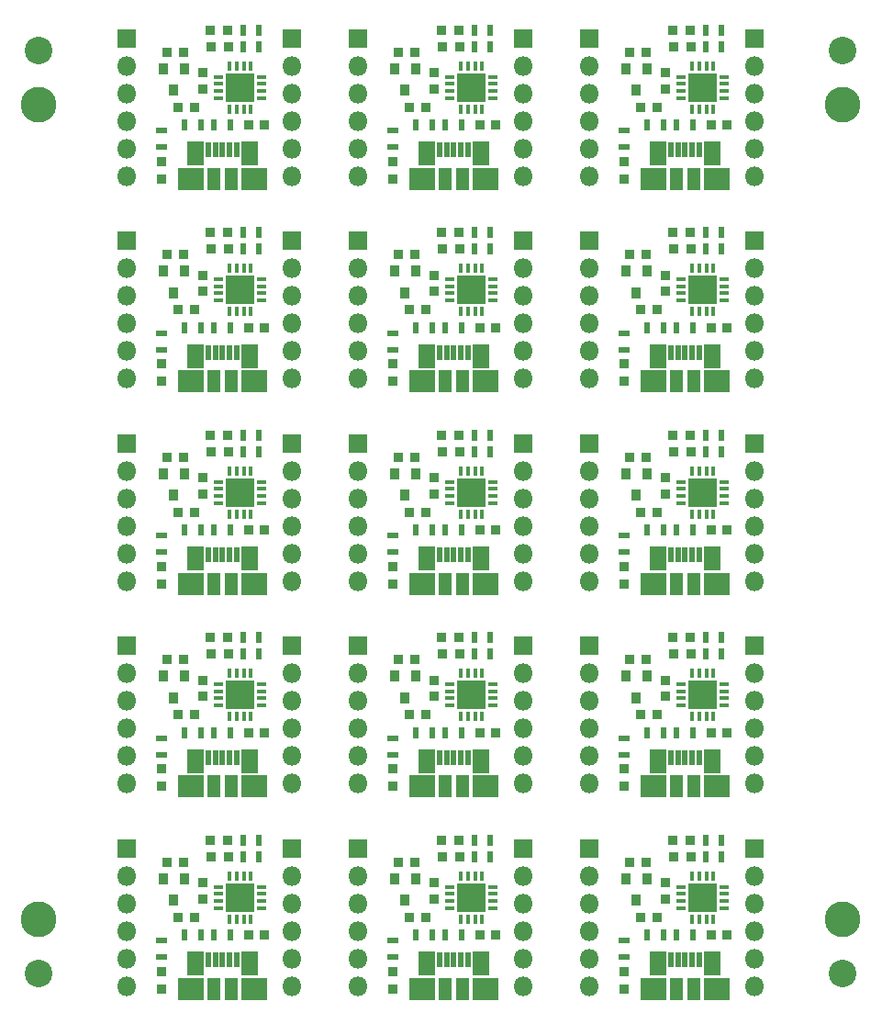
<source format=gts>
G04 #@! TF.FileFunction,Soldermask,Top*
%FSLAX46Y46*%
G04 Gerber Fmt 4.6, Leading zero omitted, Abs format (unit mm)*
G04 Created by KiCad (PCBNEW 4.0.5+dfsg1-4) date Mon Jul 16 11:57:44 2018*
%MOMM*%
%LPD*%
G01*
G04 APERTURE LIST*
%ADD10C,0.100000*%
%ADD11C,2.540000*%
%ADD12C,3.300000*%
%ADD13R,1.800000X1.800000*%
%ADD14O,1.800000X1.800000*%
%ADD15R,1.000000X0.600000*%
%ADD16R,0.900000X0.900000*%
%ADD17R,0.900000X1.000000*%
%ADD18R,0.900000X0.850000*%
%ADD19R,0.600000X1.000000*%
%ADD20R,0.550000X1.480000*%
%ADD21R,1.575000X2.200000*%
%ADD22R,2.475000X2.000000*%
%ADD23R,1.275000X2.000000*%
%ADD24R,0.850000X0.900000*%
%ADD25R,0.900000X0.450000*%
%ADD26R,0.450000X0.900000*%
%ADD27R,1.350000X1.350000*%
G04 APERTURE END LIST*
D10*
D11*
X185293000Y-53594000D03*
D12*
X185293000Y-58610500D03*
X185293000Y-133667501D03*
D11*
X185293000Y-138684000D03*
D12*
X111125000Y-58610500D03*
D11*
X111125000Y-53594000D03*
D13*
X140589000Y-127127000D03*
D14*
X140589000Y-129667000D03*
X140589000Y-132207000D03*
X140589000Y-134747000D03*
X140589000Y-137287000D03*
X140589000Y-139827000D03*
D13*
X119253000Y-127127000D03*
D14*
X119253000Y-129667000D03*
X119253000Y-132207000D03*
X119253000Y-134747000D03*
X119253000Y-137287000D03*
X119253000Y-139827000D03*
D13*
X134493000Y-127127000D03*
D14*
X134493000Y-129667000D03*
X134493000Y-132207000D03*
X134493000Y-134747000D03*
X134493000Y-137287000D03*
X134493000Y-139827000D03*
D13*
X155829000Y-127127000D03*
D14*
X155829000Y-129667000D03*
X155829000Y-132207000D03*
X155829000Y-134747000D03*
X155829000Y-137287000D03*
X155829000Y-139827000D03*
D13*
X161925000Y-127127000D03*
D14*
X161925000Y-129667000D03*
X161925000Y-132207000D03*
X161925000Y-134747000D03*
X161925000Y-137287000D03*
X161925000Y-139827000D03*
D13*
X177165000Y-127127000D03*
D14*
X177165000Y-129667000D03*
X177165000Y-132207000D03*
X177165000Y-134747000D03*
X177165000Y-137287000D03*
X177165000Y-139827000D03*
D15*
X165100000Y-137160000D03*
X165100000Y-135660000D03*
D16*
X165100000Y-138481000D03*
X165100000Y-140081000D03*
D17*
X167193000Y-129937000D03*
X165293000Y-129937000D03*
X166243000Y-131937000D03*
D18*
X167120000Y-128397000D03*
X165620000Y-128397000D03*
D15*
X143764000Y-137160000D03*
X143764000Y-135660000D03*
D16*
X143764000Y-138481000D03*
X143764000Y-140081000D03*
D18*
X146788000Y-133477000D03*
X145288000Y-133477000D03*
D19*
X145923000Y-135128000D03*
X147423000Y-135128000D03*
D20*
X148101000Y-137421000D03*
X148751000Y-137421000D03*
X149401000Y-137421000D03*
X150051000Y-137421000D03*
X150701000Y-137421000D03*
D21*
X146938500Y-137781000D03*
X151863500Y-137781000D03*
D22*
X146491000Y-140081000D03*
X152311000Y-140081000D03*
D23*
X148561000Y-140081000D03*
X150241000Y-140081000D03*
D18*
X153289000Y-135128000D03*
X151789000Y-135128000D03*
D19*
X150102000Y-135128000D03*
X148602000Y-135128000D03*
X151269000Y-126365000D03*
X152769000Y-126365000D03*
D16*
X149898000Y-126365000D03*
X148298000Y-126365000D03*
D24*
X147574000Y-131814000D03*
X147574000Y-130314000D03*
D25*
X149035000Y-130683000D03*
X149035000Y-131333000D03*
X149035000Y-131983000D03*
X149035000Y-132633000D03*
D26*
X150060000Y-133658000D03*
X150710000Y-133658000D03*
X151360000Y-133658000D03*
X152010000Y-133658000D03*
D25*
X153035000Y-132633000D03*
X153035000Y-131983000D03*
X153035000Y-131333000D03*
X153035000Y-130683000D03*
D26*
X152010000Y-129658000D03*
X151360000Y-129658000D03*
X150710000Y-129658000D03*
X150060000Y-129658000D03*
D27*
X151660000Y-132283000D03*
X151660000Y-131033000D03*
X150410000Y-132283000D03*
X150410000Y-131033000D03*
D16*
X149936000Y-127889000D03*
X148336000Y-127889000D03*
D19*
X151269000Y-127889000D03*
X152769000Y-127889000D03*
D24*
X168910000Y-131814000D03*
X168910000Y-130314000D03*
D25*
X170371000Y-130683000D03*
X170371000Y-131333000D03*
X170371000Y-131983000D03*
X170371000Y-132633000D03*
D26*
X171396000Y-133658000D03*
X172046000Y-133658000D03*
X172696000Y-133658000D03*
X173346000Y-133658000D03*
D25*
X174371000Y-132633000D03*
X174371000Y-131983000D03*
X174371000Y-131333000D03*
X174371000Y-130683000D03*
D26*
X173346000Y-129658000D03*
X172696000Y-129658000D03*
X172046000Y-129658000D03*
X171396000Y-129658000D03*
D27*
X172996000Y-132283000D03*
X172996000Y-131033000D03*
X171746000Y-132283000D03*
X171746000Y-131033000D03*
D18*
X174625000Y-135128000D03*
X173125000Y-135128000D03*
D19*
X171438000Y-135128000D03*
X169938000Y-135128000D03*
D20*
X169437000Y-137421000D03*
X170087000Y-137421000D03*
X170737000Y-137421000D03*
X171387000Y-137421000D03*
X172037000Y-137421000D03*
D21*
X168274500Y-137781000D03*
X173199500Y-137781000D03*
D22*
X167827000Y-140081000D03*
X173647000Y-140081000D03*
D23*
X169897000Y-140081000D03*
X171577000Y-140081000D03*
D18*
X168124000Y-133477000D03*
X166624000Y-133477000D03*
D19*
X167259000Y-135128000D03*
X168759000Y-135128000D03*
X172605000Y-126365000D03*
X174105000Y-126365000D03*
D16*
X171272000Y-127889000D03*
X169672000Y-127889000D03*
D19*
X172605000Y-127889000D03*
X174105000Y-127889000D03*
D16*
X171234000Y-126365000D03*
X169634000Y-126365000D03*
D15*
X122428000Y-137160000D03*
X122428000Y-135660000D03*
D16*
X122428000Y-138481000D03*
X122428000Y-140081000D03*
D20*
X126765000Y-137421000D03*
X127415000Y-137421000D03*
X128065000Y-137421000D03*
X128715000Y-137421000D03*
X129365000Y-137421000D03*
D21*
X125602500Y-137781000D03*
X130527500Y-137781000D03*
D22*
X125155000Y-140081000D03*
X130975000Y-140081000D03*
D23*
X127225000Y-140081000D03*
X128905000Y-140081000D03*
D18*
X131953000Y-135128000D03*
X130453000Y-135128000D03*
D19*
X128766000Y-135128000D03*
X127266000Y-135128000D03*
D25*
X127699000Y-130683000D03*
X127699000Y-131333000D03*
X127699000Y-131983000D03*
X127699000Y-132633000D03*
D26*
X128724000Y-133658000D03*
X129374000Y-133658000D03*
X130024000Y-133658000D03*
X130674000Y-133658000D03*
D25*
X131699000Y-132633000D03*
X131699000Y-131983000D03*
X131699000Y-131333000D03*
X131699000Y-130683000D03*
D26*
X130674000Y-129658000D03*
X130024000Y-129658000D03*
X129374000Y-129658000D03*
X128724000Y-129658000D03*
D27*
X130324000Y-132283000D03*
X130324000Y-131033000D03*
X129074000Y-132283000D03*
X129074000Y-131033000D03*
D19*
X129933000Y-127889000D03*
X131433000Y-127889000D03*
D16*
X128600000Y-127889000D03*
X127000000Y-127889000D03*
X128562000Y-126365000D03*
X126962000Y-126365000D03*
D19*
X129933000Y-126365000D03*
X131433000Y-126365000D03*
X124587000Y-135128000D03*
X126087000Y-135128000D03*
D18*
X125452000Y-133477000D03*
X123952000Y-133477000D03*
X124448000Y-128397000D03*
X122948000Y-128397000D03*
D24*
X126238000Y-131814000D03*
X126238000Y-130314000D03*
D17*
X124521000Y-129937000D03*
X122621000Y-129937000D03*
X123571000Y-131937000D03*
D18*
X145784000Y-128397000D03*
X144284000Y-128397000D03*
D17*
X145857000Y-129937000D03*
X143957000Y-129937000D03*
X144907000Y-131937000D03*
D13*
X155829000Y-108458000D03*
D14*
X155829000Y-110998000D03*
X155829000Y-113538000D03*
X155829000Y-116078000D03*
X155829000Y-118618000D03*
X155829000Y-121158000D03*
D13*
X177165000Y-108458000D03*
D14*
X177165000Y-110998000D03*
X177165000Y-113538000D03*
X177165000Y-116078000D03*
X177165000Y-118618000D03*
X177165000Y-121158000D03*
D13*
X161925000Y-108458000D03*
D14*
X161925000Y-110998000D03*
X161925000Y-113538000D03*
X161925000Y-116078000D03*
X161925000Y-118618000D03*
X161925000Y-121158000D03*
D13*
X140589000Y-108458000D03*
D14*
X140589000Y-110998000D03*
X140589000Y-113538000D03*
X140589000Y-116078000D03*
X140589000Y-118618000D03*
X140589000Y-121158000D03*
D13*
X134493000Y-108458000D03*
D14*
X134493000Y-110998000D03*
X134493000Y-113538000D03*
X134493000Y-116078000D03*
X134493000Y-118618000D03*
X134493000Y-121158000D03*
D13*
X119253000Y-108458000D03*
D14*
X119253000Y-110998000D03*
X119253000Y-113538000D03*
X119253000Y-116078000D03*
X119253000Y-118618000D03*
X119253000Y-121158000D03*
D19*
X129933000Y-109220000D03*
X131433000Y-109220000D03*
X129933000Y-107696000D03*
X131433000Y-107696000D03*
D16*
X128600000Y-109220000D03*
X127000000Y-109220000D03*
X128562000Y-107696000D03*
X126962000Y-107696000D03*
D20*
X126765000Y-118752000D03*
X127415000Y-118752000D03*
X128065000Y-118752000D03*
X128715000Y-118752000D03*
X129365000Y-118752000D03*
D21*
X125602500Y-119112000D03*
X130527500Y-119112000D03*
D22*
X125155000Y-121412000D03*
X130975000Y-121412000D03*
D23*
X127225000Y-121412000D03*
X128905000Y-121412000D03*
D18*
X125452000Y-114808000D03*
X123952000Y-114808000D03*
D25*
X127699000Y-112014000D03*
X127699000Y-112664000D03*
X127699000Y-113314000D03*
X127699000Y-113964000D03*
D26*
X128724000Y-114989000D03*
X129374000Y-114989000D03*
X130024000Y-114989000D03*
X130674000Y-114989000D03*
D25*
X131699000Y-113964000D03*
X131699000Y-113314000D03*
X131699000Y-112664000D03*
X131699000Y-112014000D03*
D26*
X130674000Y-110989000D03*
X130024000Y-110989000D03*
X129374000Y-110989000D03*
X128724000Y-110989000D03*
D27*
X130324000Y-113614000D03*
X130324000Y-112364000D03*
X129074000Y-113614000D03*
X129074000Y-112364000D03*
D19*
X128766000Y-116459000D03*
X127266000Y-116459000D03*
X124587000Y-116459000D03*
X126087000Y-116459000D03*
D18*
X131953000Y-116459000D03*
X130453000Y-116459000D03*
D24*
X126238000Y-113145000D03*
X126238000Y-111645000D03*
D16*
X122428000Y-119812000D03*
X122428000Y-121412000D03*
D15*
X122428000Y-118491000D03*
X122428000Y-116991000D03*
D17*
X124521000Y-111268000D03*
X122621000Y-111268000D03*
X123571000Y-113268000D03*
D18*
X124448000Y-109728000D03*
X122948000Y-109728000D03*
X174625000Y-116459000D03*
X173125000Y-116459000D03*
D19*
X171438000Y-116459000D03*
X169938000Y-116459000D03*
D20*
X169437000Y-118752000D03*
X170087000Y-118752000D03*
X170737000Y-118752000D03*
X171387000Y-118752000D03*
X172037000Y-118752000D03*
D21*
X168274500Y-119112000D03*
X173199500Y-119112000D03*
D22*
X167827000Y-121412000D03*
X173647000Y-121412000D03*
D23*
X169897000Y-121412000D03*
X171577000Y-121412000D03*
D18*
X168124000Y-114808000D03*
X166624000Y-114808000D03*
D19*
X167259000Y-116459000D03*
X168759000Y-116459000D03*
D16*
X165100000Y-119812000D03*
X165100000Y-121412000D03*
D15*
X165100000Y-118491000D03*
X165100000Y-116991000D03*
D18*
X167120000Y-109728000D03*
X165620000Y-109728000D03*
D17*
X167193000Y-111268000D03*
X165293000Y-111268000D03*
X166243000Y-113268000D03*
D19*
X172605000Y-107696000D03*
X174105000Y-107696000D03*
D25*
X170371000Y-112014000D03*
X170371000Y-112664000D03*
X170371000Y-113314000D03*
X170371000Y-113964000D03*
D26*
X171396000Y-114989000D03*
X172046000Y-114989000D03*
X172696000Y-114989000D03*
X173346000Y-114989000D03*
D25*
X174371000Y-113964000D03*
X174371000Y-113314000D03*
X174371000Y-112664000D03*
X174371000Y-112014000D03*
D26*
X173346000Y-110989000D03*
X172696000Y-110989000D03*
X172046000Y-110989000D03*
X171396000Y-110989000D03*
D27*
X172996000Y-113614000D03*
X172996000Y-112364000D03*
X171746000Y-113614000D03*
X171746000Y-112364000D03*
D24*
X168910000Y-113145000D03*
X168910000Y-111645000D03*
D16*
X171272000Y-109220000D03*
X169672000Y-109220000D03*
D19*
X172605000Y-109220000D03*
X174105000Y-109220000D03*
D16*
X171234000Y-107696000D03*
X169634000Y-107696000D03*
D18*
X146788000Y-114808000D03*
X145288000Y-114808000D03*
X145784000Y-109728000D03*
X144284000Y-109728000D03*
D17*
X145857000Y-111268000D03*
X143957000Y-111268000D03*
X144907000Y-113268000D03*
D20*
X148101000Y-118752000D03*
X148751000Y-118752000D03*
X149401000Y-118752000D03*
X150051000Y-118752000D03*
X150701000Y-118752000D03*
D21*
X146938500Y-119112000D03*
X151863500Y-119112000D03*
D22*
X146491000Y-121412000D03*
X152311000Y-121412000D03*
D23*
X148561000Y-121412000D03*
X150241000Y-121412000D03*
D15*
X143764000Y-118491000D03*
X143764000Y-116991000D03*
D16*
X143764000Y-119812000D03*
X143764000Y-121412000D03*
D24*
X147574000Y-113145000D03*
X147574000Y-111645000D03*
D18*
X153289000Y-116459000D03*
X151789000Y-116459000D03*
D19*
X145923000Y-116459000D03*
X147423000Y-116459000D03*
D25*
X149035000Y-112014000D03*
X149035000Y-112664000D03*
X149035000Y-113314000D03*
X149035000Y-113964000D03*
D26*
X150060000Y-114989000D03*
X150710000Y-114989000D03*
X151360000Y-114989000D03*
X152010000Y-114989000D03*
D25*
X153035000Y-113964000D03*
X153035000Y-113314000D03*
X153035000Y-112664000D03*
X153035000Y-112014000D03*
D26*
X152010000Y-110989000D03*
X151360000Y-110989000D03*
X150710000Y-110989000D03*
X150060000Y-110989000D03*
D27*
X151660000Y-113614000D03*
X151660000Y-112364000D03*
X150410000Y-113614000D03*
X150410000Y-112364000D03*
D19*
X150102000Y-116459000D03*
X148602000Y-116459000D03*
X151269000Y-107696000D03*
X152769000Y-107696000D03*
D16*
X149898000Y-107696000D03*
X148298000Y-107696000D03*
X149936000Y-109220000D03*
X148336000Y-109220000D03*
D19*
X151269000Y-109220000D03*
X152769000Y-109220000D03*
D13*
X140589000Y-89789000D03*
D14*
X140589000Y-92329000D03*
X140589000Y-94869000D03*
X140589000Y-97409000D03*
X140589000Y-99949000D03*
X140589000Y-102489000D03*
D13*
X134493000Y-89789000D03*
D14*
X134493000Y-92329000D03*
X134493000Y-94869000D03*
X134493000Y-97409000D03*
X134493000Y-99949000D03*
X134493000Y-102489000D03*
D13*
X119253000Y-89789000D03*
D14*
X119253000Y-92329000D03*
X119253000Y-94869000D03*
X119253000Y-97409000D03*
X119253000Y-99949000D03*
X119253000Y-102489000D03*
D13*
X155829000Y-89789000D03*
D14*
X155829000Y-92329000D03*
X155829000Y-94869000D03*
X155829000Y-97409000D03*
X155829000Y-99949000D03*
X155829000Y-102489000D03*
D13*
X177165000Y-89789000D03*
D14*
X177165000Y-92329000D03*
X177165000Y-94869000D03*
X177165000Y-97409000D03*
X177165000Y-99949000D03*
X177165000Y-102489000D03*
D13*
X161925000Y-89789000D03*
D14*
X161925000Y-92329000D03*
X161925000Y-94869000D03*
X161925000Y-97409000D03*
X161925000Y-99949000D03*
X161925000Y-102489000D03*
D19*
X172605000Y-89027000D03*
X174105000Y-89027000D03*
D16*
X171272000Y-90551000D03*
X169672000Y-90551000D03*
X171234000Y-89027000D03*
X169634000Y-89027000D03*
D19*
X172605000Y-90551000D03*
X174105000Y-90551000D03*
D25*
X170371000Y-93345000D03*
X170371000Y-93995000D03*
X170371000Y-94645000D03*
X170371000Y-95295000D03*
D26*
X171396000Y-96320000D03*
X172046000Y-96320000D03*
X172696000Y-96320000D03*
X173346000Y-96320000D03*
D25*
X174371000Y-95295000D03*
X174371000Y-94645000D03*
X174371000Y-93995000D03*
X174371000Y-93345000D03*
D26*
X173346000Y-92320000D03*
X172696000Y-92320000D03*
X172046000Y-92320000D03*
X171396000Y-92320000D03*
D27*
X172996000Y-94945000D03*
X172996000Y-93695000D03*
X171746000Y-94945000D03*
X171746000Y-93695000D03*
D24*
X168910000Y-94476000D03*
X168910000Y-92976000D03*
D18*
X168124000Y-96139000D03*
X166624000Y-96139000D03*
X167120000Y-91059000D03*
X165620000Y-91059000D03*
D17*
X167193000Y-92599000D03*
X165293000Y-92599000D03*
X166243000Y-94599000D03*
D19*
X171438000Y-97790000D03*
X169938000Y-97790000D03*
D15*
X165100000Y-99822000D03*
X165100000Y-98322000D03*
D20*
X169437000Y-100083000D03*
X170087000Y-100083000D03*
X170737000Y-100083000D03*
X171387000Y-100083000D03*
X172037000Y-100083000D03*
D21*
X168274500Y-100443000D03*
X173199500Y-100443000D03*
D22*
X167827000Y-102743000D03*
X173647000Y-102743000D03*
D23*
X169897000Y-102743000D03*
X171577000Y-102743000D03*
D16*
X165100000Y-101143000D03*
X165100000Y-102743000D03*
D19*
X167259000Y-97790000D03*
X168759000Y-97790000D03*
D18*
X174625000Y-97790000D03*
X173125000Y-97790000D03*
D16*
X149936000Y-90551000D03*
X148336000Y-90551000D03*
D19*
X151269000Y-90551000D03*
X152769000Y-90551000D03*
X151269000Y-89027000D03*
X152769000Y-89027000D03*
D16*
X149898000Y-89027000D03*
X148298000Y-89027000D03*
D18*
X145784000Y-91059000D03*
X144284000Y-91059000D03*
D24*
X147574000Y-94476000D03*
X147574000Y-92976000D03*
D19*
X150102000Y-97790000D03*
X148602000Y-97790000D03*
D20*
X148101000Y-100083000D03*
X148751000Y-100083000D03*
X149401000Y-100083000D03*
X150051000Y-100083000D03*
X150701000Y-100083000D03*
D21*
X146938500Y-100443000D03*
X151863500Y-100443000D03*
D22*
X146491000Y-102743000D03*
X152311000Y-102743000D03*
D23*
X148561000Y-102743000D03*
X150241000Y-102743000D03*
D17*
X145857000Y-92599000D03*
X143957000Y-92599000D03*
X144907000Y-94599000D03*
D25*
X149035000Y-93345000D03*
X149035000Y-93995000D03*
X149035000Y-94645000D03*
X149035000Y-95295000D03*
D26*
X150060000Y-96320000D03*
X150710000Y-96320000D03*
X151360000Y-96320000D03*
X152010000Y-96320000D03*
D25*
X153035000Y-95295000D03*
X153035000Y-94645000D03*
X153035000Y-93995000D03*
X153035000Y-93345000D03*
D26*
X152010000Y-92320000D03*
X151360000Y-92320000D03*
X150710000Y-92320000D03*
X150060000Y-92320000D03*
D27*
X151660000Y-94945000D03*
X151660000Y-93695000D03*
X150410000Y-94945000D03*
X150410000Y-93695000D03*
D19*
X145923000Y-97790000D03*
X147423000Y-97790000D03*
D18*
X153289000Y-97790000D03*
X151789000Y-97790000D03*
D24*
X126238000Y-94476000D03*
X126238000Y-92976000D03*
D18*
X125452000Y-96139000D03*
X123952000Y-96139000D03*
D25*
X127699000Y-93345000D03*
X127699000Y-93995000D03*
X127699000Y-94645000D03*
X127699000Y-95295000D03*
D26*
X128724000Y-96320000D03*
X129374000Y-96320000D03*
X130024000Y-96320000D03*
X130674000Y-96320000D03*
D25*
X131699000Y-95295000D03*
X131699000Y-94645000D03*
X131699000Y-93995000D03*
X131699000Y-93345000D03*
D26*
X130674000Y-92320000D03*
X130024000Y-92320000D03*
X129374000Y-92320000D03*
X128724000Y-92320000D03*
D27*
X130324000Y-94945000D03*
X130324000Y-93695000D03*
X129074000Y-94945000D03*
X129074000Y-93695000D03*
D19*
X124587000Y-97790000D03*
X126087000Y-97790000D03*
D20*
X126765000Y-100083000D03*
X127415000Y-100083000D03*
X128065000Y-100083000D03*
X128715000Y-100083000D03*
X129365000Y-100083000D03*
D21*
X125602500Y-100443000D03*
X130527500Y-100443000D03*
D22*
X125155000Y-102743000D03*
X130975000Y-102743000D03*
D23*
X127225000Y-102743000D03*
X128905000Y-102743000D03*
D19*
X128766000Y-97790000D03*
X127266000Y-97790000D03*
D18*
X131953000Y-97790000D03*
X130453000Y-97790000D03*
D17*
X124521000Y-92599000D03*
X122621000Y-92599000D03*
X123571000Y-94599000D03*
D15*
X122428000Y-99822000D03*
X122428000Y-98322000D03*
D16*
X122428000Y-101143000D03*
X122428000Y-102743000D03*
D18*
X124448000Y-91059000D03*
X122948000Y-91059000D03*
D19*
X129933000Y-89027000D03*
X131433000Y-89027000D03*
D16*
X128600000Y-90551000D03*
X127000000Y-90551000D03*
X128562000Y-89027000D03*
X126962000Y-89027000D03*
D19*
X129933000Y-90551000D03*
X131433000Y-90551000D03*
D16*
X143764000Y-101143000D03*
X143764000Y-102743000D03*
D18*
X146788000Y-96139000D03*
X145288000Y-96139000D03*
D15*
X143764000Y-99822000D03*
X143764000Y-98322000D03*
D13*
X140589000Y-71120000D03*
D14*
X140589000Y-73660000D03*
X140589000Y-76200000D03*
X140589000Y-78740000D03*
X140589000Y-81280000D03*
X140589000Y-83820000D03*
D13*
X119253000Y-71120000D03*
D14*
X119253000Y-73660000D03*
X119253000Y-76200000D03*
X119253000Y-78740000D03*
X119253000Y-81280000D03*
X119253000Y-83820000D03*
D13*
X134493000Y-71120000D03*
D14*
X134493000Y-73660000D03*
X134493000Y-76200000D03*
X134493000Y-78740000D03*
X134493000Y-81280000D03*
X134493000Y-83820000D03*
D13*
X155829000Y-71120000D03*
D14*
X155829000Y-73660000D03*
X155829000Y-76200000D03*
X155829000Y-78740000D03*
X155829000Y-81280000D03*
X155829000Y-83820000D03*
D13*
X177165000Y-71120000D03*
D14*
X177165000Y-73660000D03*
X177165000Y-76200000D03*
X177165000Y-78740000D03*
X177165000Y-81280000D03*
X177165000Y-83820000D03*
D13*
X161925000Y-71120000D03*
D14*
X161925000Y-73660000D03*
X161925000Y-76200000D03*
X161925000Y-78740000D03*
X161925000Y-81280000D03*
X161925000Y-83820000D03*
D19*
X172605000Y-71882000D03*
X174105000Y-71882000D03*
X172605000Y-70358000D03*
X174105000Y-70358000D03*
D25*
X170371000Y-74676000D03*
X170371000Y-75326000D03*
X170371000Y-75976000D03*
X170371000Y-76626000D03*
D26*
X171396000Y-77651000D03*
X172046000Y-77651000D03*
X172696000Y-77651000D03*
X173346000Y-77651000D03*
D25*
X174371000Y-76626000D03*
X174371000Y-75976000D03*
X174371000Y-75326000D03*
X174371000Y-74676000D03*
D26*
X173346000Y-73651000D03*
X172696000Y-73651000D03*
X172046000Y-73651000D03*
X171396000Y-73651000D03*
D27*
X172996000Y-76276000D03*
X172996000Y-75026000D03*
X171746000Y-76276000D03*
X171746000Y-75026000D03*
D16*
X171272000Y-71882000D03*
X169672000Y-71882000D03*
X171234000Y-70358000D03*
X169634000Y-70358000D03*
X165100000Y-82474000D03*
X165100000Y-84074000D03*
D15*
X165100000Y-81153000D03*
X165100000Y-79653000D03*
D19*
X171438000Y-79121000D03*
X169938000Y-79121000D03*
D18*
X174625000Y-79121000D03*
X173125000Y-79121000D03*
D19*
X167259000Y-79121000D03*
X168759000Y-79121000D03*
D20*
X169437000Y-81414000D03*
X170087000Y-81414000D03*
X170737000Y-81414000D03*
X171387000Y-81414000D03*
X172037000Y-81414000D03*
D21*
X168274500Y-81774000D03*
X173199500Y-81774000D03*
D22*
X167827000Y-84074000D03*
X173647000Y-84074000D03*
D23*
X169897000Y-84074000D03*
X171577000Y-84074000D03*
D18*
X168124000Y-77470000D03*
X166624000Y-77470000D03*
X167120000Y-72390000D03*
X165620000Y-72390000D03*
D17*
X167193000Y-73930000D03*
X165293000Y-73930000D03*
X166243000Y-75930000D03*
D24*
X168910000Y-75807000D03*
X168910000Y-74307000D03*
D19*
X128766000Y-79121000D03*
X127266000Y-79121000D03*
X124587000Y-79121000D03*
X126087000Y-79121000D03*
D20*
X126765000Y-81414000D03*
X127415000Y-81414000D03*
X128065000Y-81414000D03*
X128715000Y-81414000D03*
X129365000Y-81414000D03*
D21*
X125602500Y-81774000D03*
X130527500Y-81774000D03*
D22*
X125155000Y-84074000D03*
X130975000Y-84074000D03*
D23*
X127225000Y-84074000D03*
X128905000Y-84074000D03*
D18*
X131953000Y-79121000D03*
X130453000Y-79121000D03*
D25*
X127699000Y-74676000D03*
X127699000Y-75326000D03*
X127699000Y-75976000D03*
X127699000Y-76626000D03*
D26*
X128724000Y-77651000D03*
X129374000Y-77651000D03*
X130024000Y-77651000D03*
X130674000Y-77651000D03*
D25*
X131699000Y-76626000D03*
X131699000Y-75976000D03*
X131699000Y-75326000D03*
X131699000Y-74676000D03*
D26*
X130674000Y-73651000D03*
X130024000Y-73651000D03*
X129374000Y-73651000D03*
X128724000Y-73651000D03*
D27*
X130324000Y-76276000D03*
X130324000Y-75026000D03*
X129074000Y-76276000D03*
X129074000Y-75026000D03*
D25*
X149035000Y-74676000D03*
X149035000Y-75326000D03*
X149035000Y-75976000D03*
X149035000Y-76626000D03*
D26*
X150060000Y-77651000D03*
X150710000Y-77651000D03*
X151360000Y-77651000D03*
X152010000Y-77651000D03*
D25*
X153035000Y-76626000D03*
X153035000Y-75976000D03*
X153035000Y-75326000D03*
X153035000Y-74676000D03*
D26*
X152010000Y-73651000D03*
X151360000Y-73651000D03*
X150710000Y-73651000D03*
X150060000Y-73651000D03*
D27*
X151660000Y-76276000D03*
X151660000Y-75026000D03*
X150410000Y-76276000D03*
X150410000Y-75026000D03*
D19*
X151269000Y-71882000D03*
X152769000Y-71882000D03*
D16*
X149936000Y-71882000D03*
X148336000Y-71882000D03*
D19*
X151269000Y-70358000D03*
X152769000Y-70358000D03*
D24*
X147574000Y-75807000D03*
X147574000Y-74307000D03*
D16*
X149898000Y-70358000D03*
X148298000Y-70358000D03*
D18*
X124448000Y-72390000D03*
X122948000Y-72390000D03*
D17*
X124521000Y-73930000D03*
X122621000Y-73930000D03*
X123571000Y-75930000D03*
D24*
X126238000Y-75807000D03*
X126238000Y-74307000D03*
D18*
X125452000Y-77470000D03*
X123952000Y-77470000D03*
D19*
X129933000Y-70358000D03*
X131433000Y-70358000D03*
D16*
X128600000Y-71882000D03*
X127000000Y-71882000D03*
D19*
X129933000Y-71882000D03*
X131433000Y-71882000D03*
D16*
X128562000Y-70358000D03*
X126962000Y-70358000D03*
D17*
X145857000Y-73930000D03*
X143957000Y-73930000D03*
X144907000Y-75930000D03*
D18*
X145784000Y-72390000D03*
X144284000Y-72390000D03*
X146788000Y-77470000D03*
X145288000Y-77470000D03*
D15*
X122428000Y-81153000D03*
X122428000Y-79653000D03*
D16*
X122428000Y-82474000D03*
X122428000Y-84074000D03*
D19*
X150102000Y-79121000D03*
X148602000Y-79121000D03*
D18*
X153289000Y-79121000D03*
X151789000Y-79121000D03*
D19*
X145923000Y-79121000D03*
X147423000Y-79121000D03*
D20*
X148101000Y-81414000D03*
X148751000Y-81414000D03*
X149401000Y-81414000D03*
X150051000Y-81414000D03*
X150701000Y-81414000D03*
D21*
X146938500Y-81774000D03*
X151863500Y-81774000D03*
D22*
X146491000Y-84074000D03*
X152311000Y-84074000D03*
D23*
X148561000Y-84074000D03*
X150241000Y-84074000D03*
D15*
X143764000Y-81153000D03*
X143764000Y-79653000D03*
D16*
X143764000Y-82474000D03*
X143764000Y-84074000D03*
D13*
X177165000Y-52451000D03*
D14*
X177165000Y-54991000D03*
X177165000Y-57531000D03*
X177165000Y-60071000D03*
X177165000Y-62611000D03*
X177165000Y-65151000D03*
D13*
X161925000Y-52451000D03*
D14*
X161925000Y-54991000D03*
X161925000Y-57531000D03*
X161925000Y-60071000D03*
X161925000Y-62611000D03*
X161925000Y-65151000D03*
D18*
X174625000Y-60452000D03*
X173125000Y-60452000D03*
D17*
X167193000Y-55261000D03*
X165293000Y-55261000D03*
X166243000Y-57261000D03*
D18*
X167120000Y-53721000D03*
X165620000Y-53721000D03*
X168124000Y-58801000D03*
X166624000Y-58801000D03*
D19*
X172605000Y-53213000D03*
X174105000Y-53213000D03*
D25*
X170371000Y-56007000D03*
X170371000Y-56657000D03*
X170371000Y-57307000D03*
X170371000Y-57957000D03*
D26*
X171396000Y-58982000D03*
X172046000Y-58982000D03*
X172696000Y-58982000D03*
X173346000Y-58982000D03*
D25*
X174371000Y-57957000D03*
X174371000Y-57307000D03*
X174371000Y-56657000D03*
X174371000Y-56007000D03*
D26*
X173346000Y-54982000D03*
X172696000Y-54982000D03*
X172046000Y-54982000D03*
X171396000Y-54982000D03*
D27*
X172996000Y-57607000D03*
X172996000Y-56357000D03*
X171746000Y-57607000D03*
X171746000Y-56357000D03*
D24*
X168910000Y-57138000D03*
X168910000Y-55638000D03*
D19*
X172605000Y-51689000D03*
X174105000Y-51689000D03*
D15*
X165100000Y-62484000D03*
X165100000Y-60984000D03*
D16*
X171272000Y-53213000D03*
X169672000Y-53213000D03*
X171234000Y-51689000D03*
X169634000Y-51689000D03*
D20*
X169437000Y-62745000D03*
X170087000Y-62745000D03*
X170737000Y-62745000D03*
X171387000Y-62745000D03*
X172037000Y-62745000D03*
D21*
X168274500Y-63105000D03*
X173199500Y-63105000D03*
D22*
X167827000Y-65405000D03*
X173647000Y-65405000D03*
D23*
X169897000Y-65405000D03*
X171577000Y-65405000D03*
D19*
X167259000Y-60452000D03*
X168759000Y-60452000D03*
X171438000Y-60452000D03*
X169938000Y-60452000D03*
D16*
X165100000Y-63805000D03*
X165100000Y-65405000D03*
D13*
X140589000Y-52451000D03*
D14*
X140589000Y-54991000D03*
X140589000Y-57531000D03*
X140589000Y-60071000D03*
X140589000Y-62611000D03*
X140589000Y-65151000D03*
D13*
X155829000Y-52451000D03*
D14*
X155829000Y-54991000D03*
X155829000Y-57531000D03*
X155829000Y-60071000D03*
X155829000Y-62611000D03*
X155829000Y-65151000D03*
D18*
X153289000Y-60452000D03*
X151789000Y-60452000D03*
D19*
X151269000Y-51689000D03*
X152769000Y-51689000D03*
X151269000Y-53213000D03*
X152769000Y-53213000D03*
D16*
X149936000Y-53213000D03*
X148336000Y-53213000D03*
D25*
X149035000Y-56007000D03*
X149035000Y-56657000D03*
X149035000Y-57307000D03*
X149035000Y-57957000D03*
D26*
X150060000Y-58982000D03*
X150710000Y-58982000D03*
X151360000Y-58982000D03*
X152010000Y-58982000D03*
D25*
X153035000Y-57957000D03*
X153035000Y-57307000D03*
X153035000Y-56657000D03*
X153035000Y-56007000D03*
D26*
X152010000Y-54982000D03*
X151360000Y-54982000D03*
X150710000Y-54982000D03*
X150060000Y-54982000D03*
D27*
X151660000Y-57607000D03*
X151660000Y-56357000D03*
X150410000Y-57607000D03*
X150410000Y-56357000D03*
D16*
X149898000Y-51689000D03*
X148298000Y-51689000D03*
X143764000Y-63805000D03*
X143764000Y-65405000D03*
D19*
X145923000Y-60452000D03*
X147423000Y-60452000D03*
D20*
X148101000Y-62745000D03*
X148751000Y-62745000D03*
X149401000Y-62745000D03*
X150051000Y-62745000D03*
X150701000Y-62745000D03*
D21*
X146938500Y-63105000D03*
X151863500Y-63105000D03*
D22*
X146491000Y-65405000D03*
X152311000Y-65405000D03*
D23*
X148561000Y-65405000D03*
X150241000Y-65405000D03*
D15*
X143764000Y-62484000D03*
X143764000Y-60984000D03*
D19*
X150102000Y-60452000D03*
X148602000Y-60452000D03*
D18*
X145784000Y-53721000D03*
X144284000Y-53721000D03*
X146788000Y-58801000D03*
X145288000Y-58801000D03*
D24*
X147574000Y-57138000D03*
X147574000Y-55638000D03*
D17*
X145857000Y-55261000D03*
X143957000Y-55261000D03*
X144907000Y-57261000D03*
D13*
X119253000Y-52451000D03*
D14*
X119253000Y-54991000D03*
X119253000Y-57531000D03*
X119253000Y-60071000D03*
X119253000Y-62611000D03*
X119253000Y-65151000D03*
D13*
X134493000Y-52451000D03*
D14*
X134493000Y-54991000D03*
X134493000Y-57531000D03*
X134493000Y-60071000D03*
X134493000Y-62611000D03*
X134493000Y-65151000D03*
D18*
X131953000Y-60452000D03*
X130453000Y-60452000D03*
D24*
X126238000Y-57138000D03*
X126238000Y-55638000D03*
D18*
X125452000Y-58801000D03*
X123952000Y-58801000D03*
X124448000Y-53721000D03*
X122948000Y-53721000D03*
D16*
X122428000Y-63805000D03*
X122428000Y-65405000D03*
X128562000Y-51689000D03*
X126962000Y-51689000D03*
X128600000Y-53213000D03*
X127000000Y-53213000D03*
D20*
X126765000Y-62745000D03*
X127415000Y-62745000D03*
X128065000Y-62745000D03*
X128715000Y-62745000D03*
X129365000Y-62745000D03*
D21*
X125602500Y-63105000D03*
X130527500Y-63105000D03*
D22*
X125155000Y-65405000D03*
X130975000Y-65405000D03*
D23*
X127225000Y-65405000D03*
X128905000Y-65405000D03*
D19*
X124587000Y-60452000D03*
X126087000Y-60452000D03*
X128766000Y-60452000D03*
X127266000Y-60452000D03*
D15*
X122428000Y-62484000D03*
X122428000Y-60984000D03*
D19*
X129933000Y-51689000D03*
X131433000Y-51689000D03*
X129933000Y-53213000D03*
X131433000Y-53213000D03*
D25*
X127699000Y-56007000D03*
X127699000Y-56657000D03*
X127699000Y-57307000D03*
X127699000Y-57957000D03*
D26*
X128724000Y-58982000D03*
X129374000Y-58982000D03*
X130024000Y-58982000D03*
X130674000Y-58982000D03*
D25*
X131699000Y-57957000D03*
X131699000Y-57307000D03*
X131699000Y-56657000D03*
X131699000Y-56007000D03*
D26*
X130674000Y-54982000D03*
X130024000Y-54982000D03*
X129374000Y-54982000D03*
X128724000Y-54982000D03*
D27*
X130324000Y-57607000D03*
X130324000Y-56357000D03*
X129074000Y-57607000D03*
X129074000Y-56357000D03*
D17*
X124521000Y-55261000D03*
X122621000Y-55261000D03*
X123571000Y-57261000D03*
D12*
X111125000Y-133667500D03*
D11*
X111125000Y-138684000D03*
M02*

</source>
